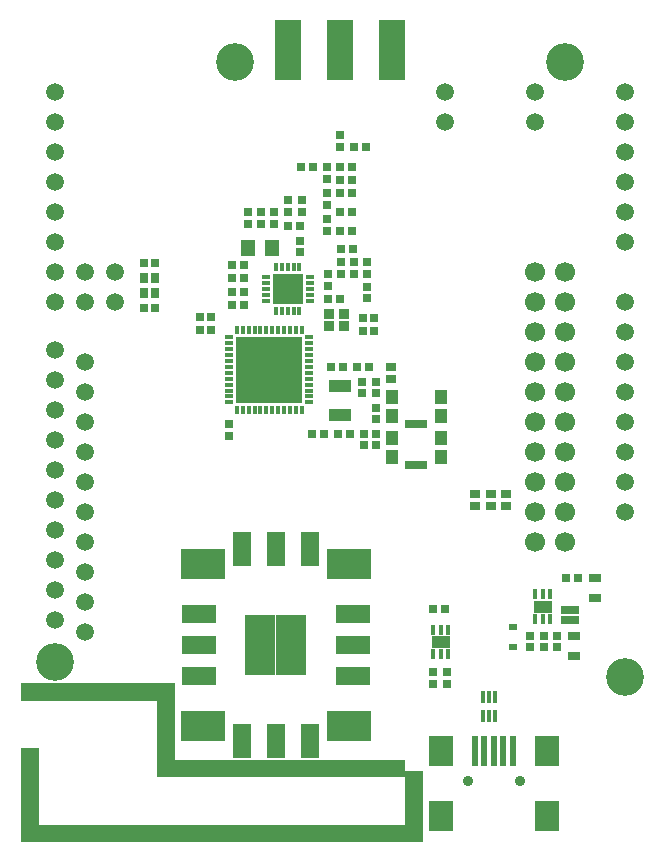
<source format=gts>
G04 DipTrace 2.3.1.0*
%INTopMask.gbr*%
%MOIN*%
%ADD24R,0.0276X0.0276*%
%ADD30R,0.0197X0.0984*%
%ADD31R,0.0787X0.0984*%
%ADD32R,0.0315X0.0236*%
%ADD36C,0.0591*%
%ADD39R,0.09X0.2*%
%ADD44R,0.0256X0.0157*%
%ADD47R,0.0157X0.0256*%
%ADD49R,0.2205X0.2205*%
%ADD51R,0.1024X0.1024*%
%ADD52R,0.0118X0.0394*%
%ADD55R,0.0173X0.0331*%
%ADD57R,0.063X0.0394*%
%ADD59R,0.0748X0.0433*%
%ADD66C,0.0354*%
%ADD67C,0.126*%
%ADD72R,0.0374X0.0335*%
%ADD83R,0.0197X0.0295*%
%ADD87R,0.0748X0.0315*%
%ADD89R,0.0433X0.0472*%
%ADD93C,0.0551*%
%ADD94R,0.0472X0.0551*%
%ADD96C,0.0669*%
%ADD98R,0.0354X0.0315*%
%ADD100R,0.0315X0.0354*%
%ADD102R,0.0394X0.0315*%
%ADD109R,0.1496X0.1024*%
%ADD111R,0.063X0.1181*%
%ADD113R,0.1181X0.063*%
%ADD115R,0.0315X0.0315*%
%FSLAX44Y44*%
G04*
G70*
G90*
G75*
G01*
%LNTopMask*%
%LPD*%
D24*
X10276Y21004D3*
X9882D3*
X10276Y21437D3*
X9882D3*
X10866Y17874D3*
Y17480D3*
X13622Y17559D3*
X14016D3*
X15531Y19764D3*
X15138D3*
X14272D3*
X14665D3*
X14882Y17559D3*
X14488D3*
X15295Y19291D3*
Y18898D3*
D115*
X22087Y12736D3*
X22480D3*
X21791Y10827D3*
Y10433D3*
X15768Y18425D3*
Y18031D3*
Y17165D3*
Y17559D3*
D24*
X11358Y21850D3*
X10965D3*
X14567Y24941D3*
X14961D3*
X14567Y25571D3*
X14961D3*
X13661Y26437D3*
X13268D3*
X15472Y22461D3*
Y22067D3*
X15039Y22874D3*
Y23268D3*
X14606Y22874D3*
Y23268D3*
X15433Y27106D3*
X15039D3*
X14567D3*
Y27500D3*
X15315Y20984D3*
X15709D3*
X15315Y21398D3*
X15709D3*
X12835Y24941D3*
Y25335D3*
X12362Y24941D3*
Y24547D3*
X11929Y24941D3*
Y24547D3*
X14961Y26437D3*
X14567D3*
D115*
X14961Y24311D3*
X14567D3*
X14173Y22047D3*
X14567D3*
X11358Y22264D3*
X10965D3*
X11358Y22756D3*
X10965D3*
X11358Y23169D3*
X10965D3*
X17657Y11713D3*
X18051D3*
X17657Y9606D3*
Y9213D3*
X18130Y9606D3*
Y9213D3*
D113*
X9843Y10512D3*
Y9488D3*
Y11535D3*
X15000Y10512D3*
Y9488D3*
Y11535D3*
D111*
X12421Y7303D3*
X13563D3*
X11280D3*
X12421Y13720D3*
X13563D3*
X11280D3*
D109*
X14843Y7815D3*
X10000D3*
Y13209D3*
X14843D3*
D51*
X11909Y10000D3*
Y11024D3*
X12933D3*
Y10000D3*
D30*
X19685Y6978D3*
X19370D3*
X20315D3*
X20000D3*
D31*
X21457Y4813D3*
X17913D3*
X21457Y6978D3*
X17913D3*
D30*
X19055D3*
D102*
X23051Y12736D3*
Y12067D3*
X22362Y10807D3*
Y10138D3*
D32*
X20335Y11122D3*
Y10453D3*
D100*
X8406Y22756D3*
X8012D3*
X8406Y22244D3*
X8012D3*
D98*
X20098Y15551D3*
Y15157D3*
X16260Y19370D3*
Y19764D3*
X19075Y15551D3*
Y15157D3*
X19587Y15551D3*
Y15157D3*
D66*
X18819Y5984D3*
X20551D3*
D67*
X22067Y29937D3*
X11067D3*
X5067Y9937D3*
X24067Y9437D3*
D36*
Y14937D3*
Y15937D3*
Y16937D3*
Y17937D3*
Y18937D3*
Y19937D3*
Y20937D3*
Y21937D3*
Y23937D3*
Y24937D3*
Y25937D3*
Y26937D3*
Y27937D3*
Y28937D3*
X5067D3*
Y27937D3*
Y26937D3*
Y25937D3*
Y24937D3*
Y23937D3*
Y22937D3*
Y21937D3*
Y20337D3*
Y19337D3*
Y18337D3*
Y17337D3*
Y16337D3*
Y15337D3*
Y14337D3*
Y13337D3*
Y12337D3*
Y11337D3*
D96*
X21067Y15937D3*
Y16937D3*
Y17937D3*
Y18937D3*
Y19937D3*
Y20937D3*
Y21937D3*
Y22937D3*
Y13937D3*
Y14937D3*
X22067Y15937D3*
Y16937D3*
Y17937D3*
Y18937D3*
Y19937D3*
Y20937D3*
Y21937D3*
Y22937D3*
Y13937D3*
Y14937D3*
D36*
X7067Y21937D3*
Y22937D3*
X6067Y21937D3*
Y22937D3*
D24*
X13228Y23996D3*
Y23602D3*
X14134Y24311D3*
Y24705D3*
Y25177D3*
Y25571D3*
Y26043D3*
Y26437D3*
X15472Y22874D3*
Y23268D3*
X14606Y23701D3*
X15000D3*
D115*
X14173Y22480D3*
Y22874D3*
D94*
X12283Y23760D3*
X11496D3*
D115*
Y24547D3*
Y24941D3*
D24*
X14961Y26004D3*
X14567D3*
D36*
X6067Y19937D3*
Y18937D3*
D93*
X15020Y10512D3*
D36*
X6067Y17937D3*
D93*
X15020Y9488D3*
D36*
X6067Y16937D3*
D93*
X15020Y7815D3*
D36*
X6067Y15937D3*
D93*
X13563Y7303D3*
D36*
X6067Y14937D3*
D93*
X12421Y7303D3*
D36*
X6067Y13937D3*
D93*
X11280Y7303D3*
D36*
X6067Y12937D3*
D93*
X9843Y7815D3*
D36*
X6067Y11937D3*
Y10937D3*
X18067Y27937D3*
D93*
X9843Y9488D3*
D36*
X18067Y28937D3*
D93*
X9843Y10512D3*
D36*
X21067Y27937D3*
D93*
X9843Y11535D3*
D36*
X21067Y28937D3*
D93*
X9843Y13248D3*
X15020Y11535D3*
D39*
X14567Y30335D3*
X16307D3*
D93*
X11280Y13720D3*
D39*
X12827Y30335D3*
D93*
X12421Y13720D3*
X13563D3*
X15020Y13248D3*
X12933Y11024D3*
X11909Y10000D3*
Y11024D3*
X12933Y10000D3*
D24*
X15768Y19291D3*
Y18898D3*
D115*
X21358Y10433D3*
Y10827D3*
X20886Y10433D3*
Y10827D3*
D24*
X8406Y23248D3*
X8012D3*
X8406Y21752D3*
X8012D3*
D115*
X15354Y17559D3*
Y17165D3*
X13228Y24469D3*
X12835D3*
X13307Y25335D3*
Y24941D3*
D89*
X16299Y18150D3*
Y18780D3*
X17913Y18150D3*
Y18780D3*
D87*
X17106Y17874D3*
D89*
X16299Y16791D3*
Y17421D3*
X17913Y16791D3*
Y17421D3*
D87*
X17106Y16516D3*
D44*
X13533Y18602D3*
Y18799D3*
Y18996D3*
Y19193D3*
Y19390D3*
Y19587D3*
Y19783D3*
Y19980D3*
Y20177D3*
Y20374D3*
Y20571D3*
Y20768D3*
D47*
X13287Y21014D3*
X13091D3*
X12894D3*
X12697D3*
X12500D3*
X12303D3*
X12106D3*
X11909D3*
X11713D3*
X11516D3*
X11319D3*
X11122D3*
D44*
X10876Y20768D3*
Y20571D3*
Y20374D3*
Y20177D3*
Y19980D3*
Y19783D3*
Y19587D3*
Y19390D3*
Y19193D3*
Y18996D3*
Y18799D3*
Y18602D3*
D47*
X11122Y18356D3*
X11319D3*
X11516D3*
X11713D3*
X11909D3*
X12106D3*
X12303D3*
X12500D3*
X12697D3*
X12894D3*
X13091D3*
X13287D3*
D49*
X12205Y19685D3*
D47*
X12421Y21644D3*
X12618D3*
X12815D3*
X13012D3*
X13209D3*
D44*
X13553Y21988D3*
Y22185D3*
Y22382D3*
Y22579D3*
Y22776D3*
D47*
X13209Y23120D3*
X13012D3*
X12815D3*
X12618D3*
X12421D3*
D44*
X12077Y22776D3*
Y22579D3*
Y22382D3*
Y22185D3*
Y21988D3*
D51*
X12815Y22382D3*
D52*
X19331Y8150D3*
X19528D3*
X19724D3*
Y8787D3*
X19528D3*
X19331D3*
D55*
X21575Y12205D3*
X21319D3*
X21063D3*
Y11378D3*
X21319D3*
X21575D3*
D57*
X21319Y11791D3*
D83*
X22421Y11358D3*
X22224D3*
X22028D3*
Y11673D3*
X22224D3*
X22421D3*
D55*
X17657Y10197D3*
X17913D3*
X18169D3*
Y11024D3*
X17913D3*
X17657D3*
D57*
X17913Y10610D3*
D59*
X14547Y18169D3*
Y19154D3*
D72*
X14193Y21535D3*
Y21142D3*
X14705Y21535D3*
Y21142D3*
G36*
X3937Y7087D2*
X4528D1*
Y3937D1*
X3937D1*
Y7087D1*
G37*
G36*
X4528Y4528D2*
X16929D1*
Y3937D1*
X4528D1*
Y4528D1*
G37*
G36*
X16732Y6299D2*
X17323D1*
Y3937D1*
X16732D1*
Y6299D1*
G37*
G36*
X8465Y6693D2*
X16732D1*
Y6102D1*
X8465D1*
Y6693D1*
G37*
G36*
Y9252D2*
X9055D1*
Y6693D1*
X8465D1*
Y9252D1*
G37*
G36*
X3937D2*
X8465D1*
Y8661D1*
X3937D1*
Y9252D1*
G37*
M02*

</source>
